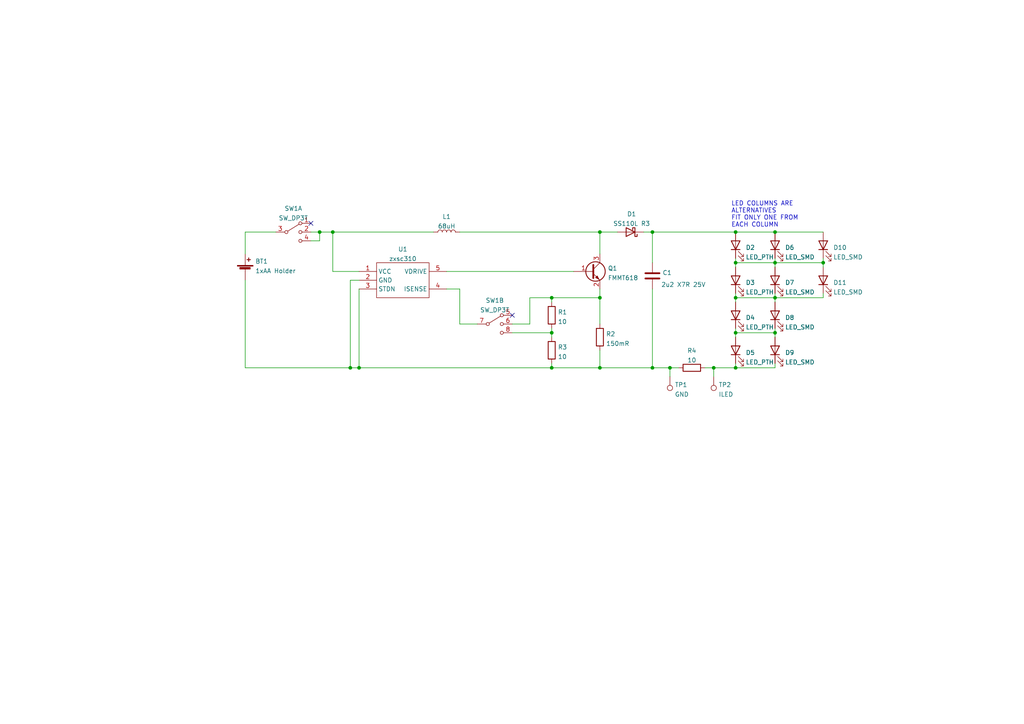
<source format=kicad_sch>
(kicad_sch (version 20211123) (generator eeschema)

  (uuid e63e39d7-6ac0-4ffd-8aa3-1841a4541b55)

  (paper "A4")

  (lib_symbols
    (symbol "Connector:TestPoint" (pin_numbers hide) (pin_names (offset 0.762) hide) (in_bom yes) (on_board yes)
      (property "Reference" "TP" (id 0) (at 0 6.858 0)
        (effects (font (size 1.27 1.27)))
      )
      (property "Value" "TestPoint" (id 1) (at 0 5.08 0)
        (effects (font (size 1.27 1.27)))
      )
      (property "Footprint" "" (id 2) (at 5.08 0 0)
        (effects (font (size 1.27 1.27)) hide)
      )
      (property "Datasheet" "~" (id 3) (at 5.08 0 0)
        (effects (font (size 1.27 1.27)) hide)
      )
      (property "ki_keywords" "test point tp" (id 4) (at 0 0 0)
        (effects (font (size 1.27 1.27)) hide)
      )
      (property "ki_description" "test point" (id 5) (at 0 0 0)
        (effects (font (size 1.27 1.27)) hide)
      )
      (property "ki_fp_filters" "Pin* Test*" (id 6) (at 0 0 0)
        (effects (font (size 1.27 1.27)) hide)
      )
      (symbol "TestPoint_0_1"
        (circle (center 0 3.302) (radius 0.762)
          (stroke (width 0) (type default) (color 0 0 0 0))
          (fill (type none))
        )
      )
      (symbol "TestPoint_1_1"
        (pin passive line (at 0 0 90) (length 2.54)
          (name "1" (effects (font (size 1.27 1.27))))
          (number "1" (effects (font (size 1.27 1.27))))
        )
      )
    )
    (symbol "Device:Battery_Cell" (pin_numbers hide) (pin_names (offset 0) hide) (in_bom yes) (on_board yes)
      (property "Reference" "BT" (id 0) (at 2.54 2.54 0)
        (effects (font (size 1.27 1.27)) (justify left))
      )
      (property "Value" "Battery_Cell" (id 1) (at 2.54 0 0)
        (effects (font (size 1.27 1.27)) (justify left))
      )
      (property "Footprint" "" (id 2) (at 0 1.524 90)
        (effects (font (size 1.27 1.27)) hide)
      )
      (property "Datasheet" "~" (id 3) (at 0 1.524 90)
        (effects (font (size 1.27 1.27)) hide)
      )
      (property "ki_keywords" "battery cell" (id 4) (at 0 0 0)
        (effects (font (size 1.27 1.27)) hide)
      )
      (property "ki_description" "Single-cell battery" (id 5) (at 0 0 0)
        (effects (font (size 1.27 1.27)) hide)
      )
      (symbol "Battery_Cell_0_1"
        (rectangle (start -2.286 1.778) (end 2.286 1.524)
          (stroke (width 0) (type default) (color 0 0 0 0))
          (fill (type outline))
        )
        (rectangle (start -1.5748 1.1938) (end 1.4732 0.6858)
          (stroke (width 0) (type default) (color 0 0 0 0))
          (fill (type outline))
        )
        (polyline
          (pts
            (xy 0 0.762)
            (xy 0 0)
          )
          (stroke (width 0) (type default) (color 0 0 0 0))
          (fill (type none))
        )
        (polyline
          (pts
            (xy 0 1.778)
            (xy 0 2.54)
          )
          (stroke (width 0) (type default) (color 0 0 0 0))
          (fill (type none))
        )
        (polyline
          (pts
            (xy 0.508 3.429)
            (xy 1.524 3.429)
          )
          (stroke (width 0.254) (type default) (color 0 0 0 0))
          (fill (type none))
        )
        (polyline
          (pts
            (xy 1.016 3.937)
            (xy 1.016 2.921)
          )
          (stroke (width 0.254) (type default) (color 0 0 0 0))
          (fill (type none))
        )
      )
      (symbol "Battery_Cell_1_1"
        (pin passive line (at 0 5.08 270) (length 2.54)
          (name "+" (effects (font (size 1.27 1.27))))
          (number "1" (effects (font (size 1.27 1.27))))
        )
        (pin passive line (at 0 -2.54 90) (length 2.54)
          (name "-" (effects (font (size 1.27 1.27))))
          (number "2" (effects (font (size 1.27 1.27))))
        )
      )
    )
    (symbol "Device:C" (pin_numbers hide) (pin_names (offset 0.254)) (in_bom yes) (on_board yes)
      (property "Reference" "C" (id 0) (at 0.635 2.54 0)
        (effects (font (size 1.27 1.27)) (justify left))
      )
      (property "Value" "C" (id 1) (at 0.635 -2.54 0)
        (effects (font (size 1.27 1.27)) (justify left))
      )
      (property "Footprint" "" (id 2) (at 0.9652 -3.81 0)
        (effects (font (size 1.27 1.27)) hide)
      )
      (property "Datasheet" "~" (id 3) (at 0 0 0)
        (effects (font (size 1.27 1.27)) hide)
      )
      (property "ki_keywords" "cap capacitor" (id 4) (at 0 0 0)
        (effects (font (size 1.27 1.27)) hide)
      )
      (property "ki_description" "Unpolarized capacitor" (id 5) (at 0 0 0)
        (effects (font (size 1.27 1.27)) hide)
      )
      (property "ki_fp_filters" "C_*" (id 6) (at 0 0 0)
        (effects (font (size 1.27 1.27)) hide)
      )
      (symbol "C_0_1"
        (polyline
          (pts
            (xy -2.032 -0.762)
            (xy 2.032 -0.762)
          )
          (stroke (width 0.508) (type default) (color 0 0 0 0))
          (fill (type none))
        )
        (polyline
          (pts
            (xy -2.032 0.762)
            (xy 2.032 0.762)
          )
          (stroke (width 0.508) (type default) (color 0 0 0 0))
          (fill (type none))
        )
      )
      (symbol "C_1_1"
        (pin passive line (at 0 3.81 270) (length 2.794)
          (name "~" (effects (font (size 1.27 1.27))))
          (number "1" (effects (font (size 1.27 1.27))))
        )
        (pin passive line (at 0 -3.81 90) (length 2.794)
          (name "~" (effects (font (size 1.27 1.27))))
          (number "2" (effects (font (size 1.27 1.27))))
        )
      )
    )
    (symbol "Device:D_Schottky" (pin_numbers hide) (pin_names (offset 1.016) hide) (in_bom yes) (on_board yes)
      (property "Reference" "D" (id 0) (at 0 2.54 0)
        (effects (font (size 1.27 1.27)))
      )
      (property "Value" "D_Schottky" (id 1) (at 0 -2.54 0)
        (effects (font (size 1.27 1.27)))
      )
      (property "Footprint" "" (id 2) (at 0 0 0)
        (effects (font (size 1.27 1.27)) hide)
      )
      (property "Datasheet" "~" (id 3) (at 0 0 0)
        (effects (font (size 1.27 1.27)) hide)
      )
      (property "ki_keywords" "diode Schottky" (id 4) (at 0 0 0)
        (effects (font (size 1.27 1.27)) hide)
      )
      (property "ki_description" "Schottky diode" (id 5) (at 0 0 0)
        (effects (font (size 1.27 1.27)) hide)
      )
      (property "ki_fp_filters" "TO-???* *_Diode_* *SingleDiode* D_*" (id 6) (at 0 0 0)
        (effects (font (size 1.27 1.27)) hide)
      )
      (symbol "D_Schottky_0_1"
        (polyline
          (pts
            (xy 1.27 0)
            (xy -1.27 0)
          )
          (stroke (width 0) (type default) (color 0 0 0 0))
          (fill (type none))
        )
        (polyline
          (pts
            (xy 1.27 1.27)
            (xy 1.27 -1.27)
            (xy -1.27 0)
            (xy 1.27 1.27)
          )
          (stroke (width 0.254) (type default) (color 0 0 0 0))
          (fill (type none))
        )
        (polyline
          (pts
            (xy -1.905 0.635)
            (xy -1.905 1.27)
            (xy -1.27 1.27)
            (xy -1.27 -1.27)
            (xy -0.635 -1.27)
            (xy -0.635 -0.635)
          )
          (stroke (width 0.254) (type default) (color 0 0 0 0))
          (fill (type none))
        )
      )
      (symbol "D_Schottky_1_1"
        (pin passive line (at -3.81 0 0) (length 2.54)
          (name "K" (effects (font (size 1.27 1.27))))
          (number "1" (effects (font (size 1.27 1.27))))
        )
        (pin passive line (at 3.81 0 180) (length 2.54)
          (name "A" (effects (font (size 1.27 1.27))))
          (number "2" (effects (font (size 1.27 1.27))))
        )
      )
    )
    (symbol "Device:L" (pin_numbers hide) (pin_names (offset 1.016) hide) (in_bom yes) (on_board yes)
      (property "Reference" "L" (id 0) (at -1.27 0 90)
        (effects (font (size 1.27 1.27)))
      )
      (property "Value" "L" (id 1) (at 1.905 0 90)
        (effects (font (size 1.27 1.27)))
      )
      (property "Footprint" "" (id 2) (at 0 0 0)
        (effects (font (size 1.27 1.27)) hide)
      )
      (property "Datasheet" "~" (id 3) (at 0 0 0)
        (effects (font (size 1.27 1.27)) hide)
      )
      (property "ki_keywords" "inductor choke coil reactor magnetic" (id 4) (at 0 0 0)
        (effects (font (size 1.27 1.27)) hide)
      )
      (property "ki_description" "Inductor" (id 5) (at 0 0 0)
        (effects (font (size 1.27 1.27)) hide)
      )
      (property "ki_fp_filters" "Choke_* *Coil* Inductor_* L_*" (id 6) (at 0 0 0)
        (effects (font (size 1.27 1.27)) hide)
      )
      (symbol "L_0_1"
        (arc (start 0 -2.54) (mid 0.635 -1.905) (end 0 -1.27)
          (stroke (width 0) (type default) (color 0 0 0 0))
          (fill (type none))
        )
        (arc (start 0 -1.27) (mid 0.635 -0.635) (end 0 0)
          (stroke (width 0) (type default) (color 0 0 0 0))
          (fill (type none))
        )
        (arc (start 0 0) (mid 0.635 0.635) (end 0 1.27)
          (stroke (width 0) (type default) (color 0 0 0 0))
          (fill (type none))
        )
        (arc (start 0 1.27) (mid 0.635 1.905) (end 0 2.54)
          (stroke (width 0) (type default) (color 0 0 0 0))
          (fill (type none))
        )
      )
      (symbol "L_1_1"
        (pin passive line (at 0 3.81 270) (length 1.27)
          (name "1" (effects (font (size 1.27 1.27))))
          (number "1" (effects (font (size 1.27 1.27))))
        )
        (pin passive line (at 0 -3.81 90) (length 1.27)
          (name "2" (effects (font (size 1.27 1.27))))
          (number "2" (effects (font (size 1.27 1.27))))
        )
      )
    )
    (symbol "Device:LED" (pin_numbers hide) (pin_names (offset 1.016) hide) (in_bom yes) (on_board yes)
      (property "Reference" "D" (id 0) (at 0 2.54 0)
        (effects (font (size 1.27 1.27)))
      )
      (property "Value" "LED" (id 1) (at 0 -2.54 0)
        (effects (font (size 1.27 1.27)))
      )
      (property "Footprint" "" (id 2) (at 0 0 0)
        (effects (font (size 1.27 1.27)) hide)
      )
      (property "Datasheet" "~" (id 3) (at 0 0 0)
        (effects (font (size 1.27 1.27)) hide)
      )
      (property "ki_keywords" "LED diode" (id 4) (at 0 0 0)
        (effects (font (size 1.27 1.27)) hide)
      )
      (property "ki_description" "Light emitting diode" (id 5) (at 0 0 0)
        (effects (font (size 1.27 1.27)) hide)
      )
      (property "ki_fp_filters" "LED* LED_SMD:* LED_THT:*" (id 6) (at 0 0 0)
        (effects (font (size 1.27 1.27)) hide)
      )
      (symbol "LED_0_1"
        (polyline
          (pts
            (xy -1.27 -1.27)
            (xy -1.27 1.27)
          )
          (stroke (width 0.254) (type default) (color 0 0 0 0))
          (fill (type none))
        )
        (polyline
          (pts
            (xy -1.27 0)
            (xy 1.27 0)
          )
          (stroke (width 0) (type default) (color 0 0 0 0))
          (fill (type none))
        )
        (polyline
          (pts
            (xy 1.27 -1.27)
            (xy 1.27 1.27)
            (xy -1.27 0)
            (xy 1.27 -1.27)
          )
          (stroke (width 0.254) (type default) (color 0 0 0 0))
          (fill (type none))
        )
        (polyline
          (pts
            (xy -3.048 -0.762)
            (xy -4.572 -2.286)
            (xy -3.81 -2.286)
            (xy -4.572 -2.286)
            (xy -4.572 -1.524)
          )
          (stroke (width 0) (type default) (color 0 0 0 0))
          (fill (type none))
        )
        (polyline
          (pts
            (xy -1.778 -0.762)
            (xy -3.302 -2.286)
            (xy -2.54 -2.286)
            (xy -3.302 -2.286)
            (xy -3.302 -1.524)
          )
          (stroke (width 0) (type default) (color 0 0 0 0))
          (fill (type none))
        )
      )
      (symbol "LED_1_1"
        (pin passive line (at -3.81 0 0) (length 2.54)
          (name "K" (effects (font (size 1.27 1.27))))
          (number "1" (effects (font (size 1.27 1.27))))
        )
        (pin passive line (at 3.81 0 180) (length 2.54)
          (name "A" (effects (font (size 1.27 1.27))))
          (number "2" (effects (font (size 1.27 1.27))))
        )
      )
    )
    (symbol "Device:Q_NPN_BEC" (pin_names (offset 0) hide) (in_bom yes) (on_board yes)
      (property "Reference" "Q" (id 0) (at 5.08 1.27 0)
        (effects (font (size 1.27 1.27)) (justify left))
      )
      (property "Value" "Q_NPN_BEC" (id 1) (at 5.08 -1.27 0)
        (effects (font (size 1.27 1.27)) (justify left))
      )
      (property "Footprint" "" (id 2) (at 5.08 2.54 0)
        (effects (font (size 1.27 1.27)) hide)
      )
      (property "Datasheet" "~" (id 3) (at 0 0 0)
        (effects (font (size 1.27 1.27)) hide)
      )
      (property "ki_keywords" "transistor NPN" (id 4) (at 0 0 0)
        (effects (font (size 1.27 1.27)) hide)
      )
      (property "ki_description" "NPN transistor, base/emitter/collector" (id 5) (at 0 0 0)
        (effects (font (size 1.27 1.27)) hide)
      )
      (symbol "Q_NPN_BEC_0_1"
        (polyline
          (pts
            (xy 0.635 0.635)
            (xy 2.54 2.54)
          )
          (stroke (width 0) (type default) (color 0 0 0 0))
          (fill (type none))
        )
        (polyline
          (pts
            (xy 0.635 -0.635)
            (xy 2.54 -2.54)
            (xy 2.54 -2.54)
          )
          (stroke (width 0) (type default) (color 0 0 0 0))
          (fill (type none))
        )
        (polyline
          (pts
            (xy 0.635 1.905)
            (xy 0.635 -1.905)
            (xy 0.635 -1.905)
          )
          (stroke (width 0.508) (type default) (color 0 0 0 0))
          (fill (type none))
        )
        (polyline
          (pts
            (xy 1.27 -1.778)
            (xy 1.778 -1.27)
            (xy 2.286 -2.286)
            (xy 1.27 -1.778)
            (xy 1.27 -1.778)
          )
          (stroke (width 0) (type default) (color 0 0 0 0))
          (fill (type outline))
        )
        (circle (center 1.27 0) (radius 2.8194)
          (stroke (width 0.254) (type default) (color 0 0 0 0))
          (fill (type none))
        )
      )
      (symbol "Q_NPN_BEC_1_1"
        (pin input line (at -5.08 0 0) (length 5.715)
          (name "B" (effects (font (size 1.27 1.27))))
          (number "1" (effects (font (size 1.27 1.27))))
        )
        (pin passive line (at 2.54 -5.08 90) (length 2.54)
          (name "E" (effects (font (size 1.27 1.27))))
          (number "2" (effects (font (size 1.27 1.27))))
        )
        (pin passive line (at 2.54 5.08 270) (length 2.54)
          (name "C" (effects (font (size 1.27 1.27))))
          (number "3" (effects (font (size 1.27 1.27))))
        )
      )
    )
    (symbol "Device:R" (pin_numbers hide) (pin_names (offset 0)) (in_bom yes) (on_board yes)
      (property "Reference" "R" (id 0) (at 2.032 0 90)
        (effects (font (size 1.27 1.27)))
      )
      (property "Value" "R" (id 1) (at 0 0 90)
        (effects (font (size 1.27 1.27)))
      )
      (property "Footprint" "" (id 2) (at -1.778 0 90)
        (effects (font (size 1.27 1.27)) hide)
      )
      (property "Datasheet" "~" (id 3) (at 0 0 0)
        (effects (font (size 1.27 1.27)) hide)
      )
      (property "ki_keywords" "R res resistor" (id 4) (at 0 0 0)
        (effects (font (size 1.27 1.27)) hide)
      )
      (property "ki_description" "Resistor" (id 5) (at 0 0 0)
        (effects (font (size 1.27 1.27)) hide)
      )
      (property "ki_fp_filters" "R_*" (id 6) (at 0 0 0)
        (effects (font (size 1.27 1.27)) hide)
      )
      (symbol "R_0_1"
        (rectangle (start -1.016 -2.54) (end 1.016 2.54)
          (stroke (width 0.254) (type default) (color 0 0 0 0))
          (fill (type none))
        )
      )
      (symbol "R_1_1"
        (pin passive line (at 0 3.81 270) (length 1.27)
          (name "~" (effects (font (size 1.27 1.27))))
          (number "1" (effects (font (size 1.27 1.27))))
        )
        (pin passive line (at 0 -3.81 90) (length 1.27)
          (name "~" (effects (font (size 1.27 1.27))))
          (number "2" (effects (font (size 1.27 1.27))))
        )
      )
    )
    (symbol "Switch:SW_DP3T" (pin_names (offset 0) hide) (in_bom yes) (on_board yes)
      (property "Reference" "SW" (id 0) (at 0 5.08 0)
        (effects (font (size 1.27 1.27)))
      )
      (property "Value" "SW_DP3T" (id 1) (at 0 -5.08 0)
        (effects (font (size 1.27 1.27)))
      )
      (property "Footprint" "" (id 2) (at -15.875 4.445 0)
        (effects (font (size 1.27 1.27)) hide)
      )
      (property "Datasheet" "~" (id 3) (at -15.875 4.445 0)
        (effects (font (size 1.27 1.27)) hide)
      )
      (property "ki_keywords" "switch dp3t ON-ON-ON" (id 4) (at 0 0 0)
        (effects (font (size 1.27 1.27)) hide)
      )
      (property "ki_description" "Switch, three position, dual pole triple throw, 3 position switch, SP3T" (id 5) (at 0 0 0)
        (effects (font (size 1.27 1.27)) hide)
      )
      (property "ki_fp_filters" "SW* DP3T*" (id 6) (at 0 0 0)
        (effects (font (size 1.27 1.27)) hide)
      )
      (symbol "SW_DP3T_0_1"
        (circle (center -2.032 0) (radius 0.4572)
          (stroke (width 0) (type default) (color 0 0 0 0))
          (fill (type none))
        )
        (polyline
          (pts
            (xy -1.651 0.254)
            (xy 1.651 2.286)
          )
          (stroke (width 0) (type default) (color 0 0 0 0))
          (fill (type none))
        )
        (circle (center 2.032 -2.54) (radius 0.4572)
          (stroke (width 0) (type default) (color 0 0 0 0))
          (fill (type none))
        )
        (circle (center 2.032 0) (radius 0.4572)
          (stroke (width 0) (type default) (color 0 0 0 0))
          (fill (type none))
        )
        (circle (center 2.032 2.54) (radius 0.4572)
          (stroke (width 0) (type default) (color 0 0 0 0))
          (fill (type none))
        )
      )
      (symbol "SW_DP3T_1_1"
        (pin passive line (at 5.08 2.54 180) (length 2.54)
          (name "1" (effects (font (size 1.27 1.27))))
          (number "1" (effects (font (size 1.27 1.27))))
        )
        (pin passive line (at 5.08 0 180) (length 2.54)
          (name "2" (effects (font (size 1.27 1.27))))
          (number "2" (effects (font (size 1.27 1.27))))
        )
        (pin passive line (at -5.08 0 0) (length 2.54)
          (name "3" (effects (font (size 1.27 1.27))))
          (number "3" (effects (font (size 1.27 1.27))))
        )
        (pin passive line (at 5.08 -2.54 180) (length 2.54)
          (name "4" (effects (font (size 1.27 1.27))))
          (number "4" (effects (font (size 1.27 1.27))))
        )
      )
      (symbol "SW_DP3T_2_1"
        (pin passive line (at 5.08 2.54 180) (length 2.54)
          (name "5" (effects (font (size 1.27 1.27))))
          (number "5" (effects (font (size 1.27 1.27))))
        )
        (pin passive line (at 5.08 0 180) (length 2.54)
          (name "6" (effects (font (size 1.27 1.27))))
          (number "6" (effects (font (size 1.27 1.27))))
        )
        (pin passive line (at -5.08 0 0) (length 2.54)
          (name "7" (effects (font (size 1.27 1.27))))
          (number "7" (effects (font (size 1.27 1.27))))
        )
        (pin passive line (at 5.08 -2.54 180) (length 2.54)
          (name "8" (effects (font (size 1.27 1.27))))
          (number "8" (effects (font (size 1.27 1.27))))
        )
      )
    )
    (symbol "zxsc310:zxsc310" (in_bom yes) (on_board yes)
      (property "Reference" "U" (id 0) (at 0 0 0)
        (effects (font (size 1.27 1.27)))
      )
      (property "Value" "zxsc310" (id 1) (at 1.27 -12.7 0)
        (effects (font (size 1.27 1.27)))
      )
      (property "Footprint" "" (id 2) (at 0 0 0)
        (effects (font (size 1.27 1.27)) hide)
      )
      (property "Datasheet" "" (id 3) (at 0 0 0)
        (effects (font (size 1.27 1.27)) hide)
      )
      (symbol "zxsc310_0_1"
        (rectangle (start -6.35 -1.27) (end 8.89 -11.43)
          (stroke (width 0.1524) (type default) (color 0 0 0 0))
          (fill (type none))
        )
      )
      (symbol "zxsc310_1_1"
        (pin power_in line (at -11.43 -3.81 0) (length 5.08)
          (name "VCC" (effects (font (size 1.27 1.27))))
          (number "1" (effects (font (size 1.27 1.27))))
        )
        (pin power_in line (at -11.43 -6.35 0) (length 5.08)
          (name "GND" (effects (font (size 1.27 1.27))))
          (number "2" (effects (font (size 1.27 1.27))))
        )
        (pin input line (at -11.43 -8.89 0) (length 5.08)
          (name "STDN" (effects (font (size 1.27 1.27))))
          (number "3" (effects (font (size 1.27 1.27))))
        )
        (pin input line (at 13.97 -8.89 180) (length 5.08)
          (name "ISENSE" (effects (font (size 1.27 1.27))))
          (number "4" (effects (font (size 1.27 1.27))))
        )
        (pin output line (at 13.97 -3.81 180) (length 5.08)
          (name "VDRIVE" (effects (font (size 1.27 1.27))))
          (number "5" (effects (font (size 1.27 1.27))))
        )
      )
    )
  )

  (junction (at 224.79 96.52) (diameter 0) (color 0 0 0 0)
    (uuid 169201af-ab6f-45a3-a272-9971323df499)
  )
  (junction (at 101.6 106.68) (diameter 0) (color 0 0 0 0)
    (uuid 195b0d0a-307d-44ce-9e7f-e6e8147746cd)
  )
  (junction (at 213.36 76.2) (diameter 0) (color 0 0 0 0)
    (uuid 33a97ae4-e20a-45b8-b929-a2a24f53a09d)
  )
  (junction (at 213.36 67.31) (diameter 0) (color 0 0 0 0)
    (uuid 4cf75228-6741-464a-8a1b-ca56d5b78f40)
  )
  (junction (at 92.71 67.31) (diameter 0) (color 0 0 0 0)
    (uuid 5058c80f-bf82-4732-a44c-8b04cd17db74)
  )
  (junction (at 224.79 67.31) (diameter 0) (color 0 0 0 0)
    (uuid 55c0612e-4ab9-419f-a283-0e286a85eb74)
  )
  (junction (at 238.76 76.2) (diameter 0) (color 0 0 0 0)
    (uuid 569d06f8-a176-428d-8733-606dcd96e2d6)
  )
  (junction (at 160.02 86.36) (diameter 0) (color 0 0 0 0)
    (uuid 587fcef0-0dbd-4b2d-a8a0-ed93c0a5022b)
  )
  (junction (at 207.01 106.68) (diameter 0) (color 0 0 0 0)
    (uuid 653323c5-4df9-4ff4-8df7-070c34d71134)
  )
  (junction (at 224.79 76.2) (diameter 0) (color 0 0 0 0)
    (uuid 86c20ade-1f87-4dd0-a33b-63cc5b3b190d)
  )
  (junction (at 189.23 67.31) (diameter 0) (color 0 0 0 0)
    (uuid 88bbc983-8984-44cd-80fb-12138167322c)
  )
  (junction (at 173.99 106.68) (diameter 0) (color 0 0 0 0)
    (uuid 8fa24cad-c294-4dc1-aca5-beef841a383c)
  )
  (junction (at 96.52 67.31) (diameter 0) (color 0 0 0 0)
    (uuid 95e4cbf7-6fbf-4aea-903f-844c658362c9)
  )
  (junction (at 173.99 86.36) (diameter 0) (color 0 0 0 0)
    (uuid b392206e-1e5e-43a3-adf8-1cc52c88a764)
  )
  (junction (at 189.23 106.68) (diameter 0) (color 0 0 0 0)
    (uuid b3f7666e-2e3f-4978-964b-51962ab37c56)
  )
  (junction (at 160.02 96.52) (diameter 0) (color 0 0 0 0)
    (uuid bcff252a-31b5-46b1-9ffa-192cec4a30eb)
  )
  (junction (at 173.99 67.31) (diameter 0) (color 0 0 0 0)
    (uuid c04808fb-e3dd-4c12-812f-9e0658f40aa7)
  )
  (junction (at 160.02 106.68) (diameter 0) (color 0 0 0 0)
    (uuid c0f6116a-8015-4d45-8402-66e974409859)
  )
  (junction (at 104.14 106.68) (diameter 0) (color 0 0 0 0)
    (uuid c98e7856-1c3f-41a2-ae8b-596af25690b7)
  )
  (junction (at 213.36 96.52) (diameter 0) (color 0 0 0 0)
    (uuid dd64607a-3a08-4075-8cf9-359ef22aec7b)
  )
  (junction (at 224.79 86.36) (diameter 0) (color 0 0 0 0)
    (uuid e12a49a4-07f8-4e07-badf-306de731fdc6)
  )
  (junction (at 194.31 106.68) (diameter 0) (color 0 0 0 0)
    (uuid e46056f3-6abb-4c5e-b5a1-e93c147d808f)
  )
  (junction (at 213.36 86.36) (diameter 0) (color 0 0 0 0)
    (uuid f68b1a53-4b97-4c35-940d-ac0f3a38ee9f)
  )
  (junction (at 213.36 106.68) (diameter 0) (color 0 0 0 0)
    (uuid fb09991a-ea56-4d9b-be0a-dcf8bdd1d646)
  )

  (no_connect (at 90.17 64.77) (uuid cfc2019b-44cc-40d1-8456-ae995b4df022))
  (no_connect (at 148.59 91.44) (uuid cfc2019b-44cc-40d1-8456-ae995b4df022))

  (wire (pts (xy 153.67 93.98) (xy 153.67 86.36))
    (stroke (width 0) (type default) (color 0 0 0 0))
    (uuid 043aa8a3-a2b3-4ff3-abbd-82d6ab349a54)
  )
  (wire (pts (xy 71.12 73.66) (xy 71.12 67.31))
    (stroke (width 0) (type default) (color 0 0 0 0))
    (uuid 05253813-1afb-4f5e-a818-cc1a8800f569)
  )
  (wire (pts (xy 173.99 101.6) (xy 173.99 106.68))
    (stroke (width 0) (type default) (color 0 0 0 0))
    (uuid 0625ab84-2791-46d1-b433-f801107cb6e3)
  )
  (wire (pts (xy 224.79 76.2) (xy 224.79 77.47))
    (stroke (width 0) (type default) (color 0 0 0 0))
    (uuid 06d47e5c-fe42-493e-9b4a-2cf0c59e7b29)
  )
  (wire (pts (xy 90.17 69.85) (xy 92.71 69.85))
    (stroke (width 0) (type default) (color 0 0 0 0))
    (uuid 07f79b17-ed0b-43da-9b7d-d6de41bcaeef)
  )
  (wire (pts (xy 224.79 86.36) (xy 238.76 86.36))
    (stroke (width 0) (type default) (color 0 0 0 0))
    (uuid 0881adbb-f98f-4882-8054-af6602b8b349)
  )
  (wire (pts (xy 207.01 106.68) (xy 207.01 109.22))
    (stroke (width 0) (type default) (color 0 0 0 0))
    (uuid 09a5df6e-8a96-4351-9a7c-a09ef9d9447d)
  )
  (wire (pts (xy 189.23 67.31) (xy 213.36 67.31))
    (stroke (width 0) (type default) (color 0 0 0 0))
    (uuid 0c94d2f3-4261-4ed1-804d-af87b8534029)
  )
  (wire (pts (xy 173.99 67.31) (xy 173.99 73.66))
    (stroke (width 0) (type default) (color 0 0 0 0))
    (uuid 11184e56-9c95-4a81-8f1f-ab9746a68fd3)
  )
  (wire (pts (xy 224.79 86.36) (xy 224.79 87.63))
    (stroke (width 0) (type default) (color 0 0 0 0))
    (uuid 146931e5-9544-432a-a66e-a595f5077e61)
  )
  (wire (pts (xy 224.79 76.2) (xy 238.76 76.2))
    (stroke (width 0) (type default) (color 0 0 0 0))
    (uuid 14f3aeca-498a-4641-adb6-50421bd9fa88)
  )
  (wire (pts (xy 129.54 83.82) (xy 133.35 83.82))
    (stroke (width 0) (type default) (color 0 0 0 0))
    (uuid 15817120-3e73-4dd7-99ea-5c25ccc328bc)
  )
  (wire (pts (xy 133.35 67.31) (xy 173.99 67.31))
    (stroke (width 0) (type default) (color 0 0 0 0))
    (uuid 1bd99f5e-1711-43e3-8674-5cb82d3110fa)
  )
  (wire (pts (xy 189.23 106.68) (xy 194.31 106.68))
    (stroke (width 0) (type default) (color 0 0 0 0))
    (uuid 1d671ccc-f696-48ff-b0b4-740481d55faf)
  )
  (wire (pts (xy 71.12 67.31) (xy 80.01 67.31))
    (stroke (width 0) (type default) (color 0 0 0 0))
    (uuid 1db8ff2d-7225-4b8f-a8f9-2df0a5927e88)
  )
  (wire (pts (xy 213.36 67.31) (xy 224.79 67.31))
    (stroke (width 0) (type default) (color 0 0 0 0))
    (uuid 30898f48-fcea-41d6-9029-c52222f8704f)
  )
  (wire (pts (xy 213.36 86.36) (xy 224.79 86.36))
    (stroke (width 0) (type default) (color 0 0 0 0))
    (uuid 38af17f1-88f1-40d3-bc61-d894010b8644)
  )
  (wire (pts (xy 224.79 85.09) (xy 224.79 86.36))
    (stroke (width 0) (type default) (color 0 0 0 0))
    (uuid 39531e91-d433-4105-86d4-1139a083cea5)
  )
  (wire (pts (xy 186.69 67.31) (xy 189.23 67.31))
    (stroke (width 0) (type default) (color 0 0 0 0))
    (uuid 3b4a48cd-afb4-48b4-b8a5-24072809e1ce)
  )
  (wire (pts (xy 213.36 86.36) (xy 213.36 87.63))
    (stroke (width 0) (type default) (color 0 0 0 0))
    (uuid 44fb341c-ed60-414d-a5f2-d54781df64a2)
  )
  (wire (pts (xy 160.02 86.36) (xy 173.99 86.36))
    (stroke (width 0) (type default) (color 0 0 0 0))
    (uuid 4857bb88-f369-4e1f-8d09-4ea6636acf65)
  )
  (wire (pts (xy 148.59 93.98) (xy 153.67 93.98))
    (stroke (width 0) (type default) (color 0 0 0 0))
    (uuid 4f149394-4a30-4153-a978-7dbaec685489)
  )
  (wire (pts (xy 238.76 86.36) (xy 238.76 85.09))
    (stroke (width 0) (type default) (color 0 0 0 0))
    (uuid 550004b9-cbd2-4929-97fb-4c68f7f628b8)
  )
  (wire (pts (xy 160.02 96.52) (xy 160.02 97.79))
    (stroke (width 0) (type default) (color 0 0 0 0))
    (uuid 56520eee-7e98-443d-947d-d87947f28cb5)
  )
  (wire (pts (xy 129.54 78.74) (xy 166.37 78.74))
    (stroke (width 0) (type default) (color 0 0 0 0))
    (uuid 5b006346-a541-4015-8eab-100c52743b34)
  )
  (wire (pts (xy 204.47 106.68) (xy 207.01 106.68))
    (stroke (width 0) (type default) (color 0 0 0 0))
    (uuid 67d25320-641f-4cfb-9c90-2283254c62cd)
  )
  (wire (pts (xy 104.14 106.68) (xy 160.02 106.68))
    (stroke (width 0) (type default) (color 0 0 0 0))
    (uuid 6a2fe432-4d10-434f-9963-4280c0ec2dd6)
  )
  (wire (pts (xy 104.14 81.28) (xy 101.6 81.28))
    (stroke (width 0) (type default) (color 0 0 0 0))
    (uuid 6d6dd3ec-5e36-4340-9595-cbb7adb4598c)
  )
  (wire (pts (xy 148.59 96.52) (xy 160.02 96.52))
    (stroke (width 0) (type default) (color 0 0 0 0))
    (uuid 739c9ad1-a3cf-42da-9144-2e64815af738)
  )
  (wire (pts (xy 92.71 69.85) (xy 92.71 67.31))
    (stroke (width 0) (type default) (color 0 0 0 0))
    (uuid 73e12c79-f72e-421c-8478-c7dad284e866)
  )
  (wire (pts (xy 189.23 106.68) (xy 173.99 106.68))
    (stroke (width 0) (type default) (color 0 0 0 0))
    (uuid 75afc9e6-eaaa-46fd-99d2-e4efa9d8bbc3)
  )
  (wire (pts (xy 213.36 106.68) (xy 213.36 105.41))
    (stroke (width 0) (type default) (color 0 0 0 0))
    (uuid 7826c525-239e-4a53-80cb-e1dd4a5f4364)
  )
  (wire (pts (xy 104.14 83.82) (xy 104.14 106.68))
    (stroke (width 0) (type default) (color 0 0 0 0))
    (uuid 80e3366d-058e-48b1-8b62-c9260f2831c9)
  )
  (wire (pts (xy 101.6 106.68) (xy 104.14 106.68))
    (stroke (width 0) (type default) (color 0 0 0 0))
    (uuid 81b9f2eb-a6aa-49bc-b6d5-cc9626871f1b)
  )
  (wire (pts (xy 160.02 87.63) (xy 160.02 86.36))
    (stroke (width 0) (type default) (color 0 0 0 0))
    (uuid 8499552a-900e-49f1-9576-43462bff8b04)
  )
  (wire (pts (xy 207.01 106.68) (xy 213.36 106.68))
    (stroke (width 0) (type default) (color 0 0 0 0))
    (uuid 8651a052-6242-4e1e-882e-ffa10226cb78)
  )
  (wire (pts (xy 224.79 67.31) (xy 238.76 67.31))
    (stroke (width 0) (type default) (color 0 0 0 0))
    (uuid 89c3a727-29f3-4d67-9cbc-72b3f972b410)
  )
  (wire (pts (xy 90.17 67.31) (xy 92.71 67.31))
    (stroke (width 0) (type default) (color 0 0 0 0))
    (uuid 8d6340dc-07ba-4d83-886a-73a36a5dbc1d)
  )
  (wire (pts (xy 194.31 106.68) (xy 194.31 109.22))
    (stroke (width 0) (type default) (color 0 0 0 0))
    (uuid 93b41555-dc6d-44b2-a41e-048d57188b22)
  )
  (wire (pts (xy 213.36 76.2) (xy 224.79 76.2))
    (stroke (width 0) (type default) (color 0 0 0 0))
    (uuid 94f0eb56-f44c-4c92-a4a0-a13fd2c5f85a)
  )
  (wire (pts (xy 213.36 74.93) (xy 213.36 76.2))
    (stroke (width 0) (type default) (color 0 0 0 0))
    (uuid 98ebac7c-f7d6-48a8-9460-482d968d93a1)
  )
  (wire (pts (xy 96.52 78.74) (xy 104.14 78.74))
    (stroke (width 0) (type default) (color 0 0 0 0))
    (uuid 99b3ece4-d6bc-42db-8a27-75fd2de1465c)
  )
  (wire (pts (xy 101.6 81.28) (xy 101.6 106.68))
    (stroke (width 0) (type default) (color 0 0 0 0))
    (uuid 9b3a326e-dba7-4a1e-b867-4489450f3fd0)
  )
  (wire (pts (xy 133.35 93.98) (xy 138.43 93.98))
    (stroke (width 0) (type default) (color 0 0 0 0))
    (uuid a1d5596b-4721-4e7e-bc31-6ff2b139b2bb)
  )
  (wire (pts (xy 224.79 96.52) (xy 224.79 97.79))
    (stroke (width 0) (type default) (color 0 0 0 0))
    (uuid a2223734-17c9-427d-b76b-8b95f9241e12)
  )
  (wire (pts (xy 173.99 67.31) (xy 179.07 67.31))
    (stroke (width 0) (type default) (color 0 0 0 0))
    (uuid a899b8c0-9fc7-49bc-8ebf-efc86bd546f7)
  )
  (wire (pts (xy 160.02 106.68) (xy 173.99 106.68))
    (stroke (width 0) (type default) (color 0 0 0 0))
    (uuid adc8313c-96ae-43f1-accd-efbab56277bb)
  )
  (wire (pts (xy 71.12 106.68) (xy 101.6 106.68))
    (stroke (width 0) (type default) (color 0 0 0 0))
    (uuid adea8884-ecd1-42aa-8f41-29912616503a)
  )
  (wire (pts (xy 213.36 85.09) (xy 213.36 86.36))
    (stroke (width 0) (type default) (color 0 0 0 0))
    (uuid b019ff82-5401-44f0-94d3-8a33d86b653b)
  )
  (wire (pts (xy 194.31 106.68) (xy 196.85 106.68))
    (stroke (width 0) (type default) (color 0 0 0 0))
    (uuid b2dc68e3-d55c-442c-8958-4229d66b7887)
  )
  (wire (pts (xy 213.36 106.68) (xy 224.79 106.68))
    (stroke (width 0) (type default) (color 0 0 0 0))
    (uuid b35aaaf3-3233-431f-b36d-14ca829d65a7)
  )
  (wire (pts (xy 153.67 86.36) (xy 160.02 86.36))
    (stroke (width 0) (type default) (color 0 0 0 0))
    (uuid b7741257-7212-4827-adbb-fddf5130e932)
  )
  (wire (pts (xy 133.35 83.82) (xy 133.35 93.98))
    (stroke (width 0) (type default) (color 0 0 0 0))
    (uuid b8c789c5-9479-42e8-bc55-a466d878c1f2)
  )
  (wire (pts (xy 213.36 76.2) (xy 213.36 77.47))
    (stroke (width 0) (type default) (color 0 0 0 0))
    (uuid bc87a498-15ae-4558-989f-608d346f5ff7)
  )
  (wire (pts (xy 189.23 83.82) (xy 189.23 106.68))
    (stroke (width 0) (type default) (color 0 0 0 0))
    (uuid bd88596c-5c12-4d13-ae56-46fc0077c27e)
  )
  (wire (pts (xy 160.02 95.25) (xy 160.02 96.52))
    (stroke (width 0) (type default) (color 0 0 0 0))
    (uuid be41e500-1bce-4793-84bb-d335355561a7)
  )
  (wire (pts (xy 213.36 95.25) (xy 213.36 96.52))
    (stroke (width 0) (type default) (color 0 0 0 0))
    (uuid bf2a78f3-1d13-472f-b906-235b5951e409)
  )
  (wire (pts (xy 213.36 96.52) (xy 213.36 97.79))
    (stroke (width 0) (type default) (color 0 0 0 0))
    (uuid c1a6fd8b-5a96-4b25-83b3-71c7c07561df)
  )
  (wire (pts (xy 238.76 76.2) (xy 238.76 77.47))
    (stroke (width 0) (type default) (color 0 0 0 0))
    (uuid c924fdb8-021f-4545-a6c6-17d2f98719dc)
  )
  (wire (pts (xy 238.76 74.93) (xy 238.76 76.2))
    (stroke (width 0) (type default) (color 0 0 0 0))
    (uuid ca727fed-d658-4914-85da-790a37bd728f)
  )
  (wire (pts (xy 173.99 86.36) (xy 173.99 93.98))
    (stroke (width 0) (type default) (color 0 0 0 0))
    (uuid d4441e11-e0cf-43e3-93d6-71b21be0bf42)
  )
  (wire (pts (xy 92.71 67.31) (xy 96.52 67.31))
    (stroke (width 0) (type default) (color 0 0 0 0))
    (uuid d7db5bbe-d763-49ae-9784-97bbe1f107bc)
  )
  (wire (pts (xy 173.99 83.82) (xy 173.99 86.36))
    (stroke (width 0) (type default) (color 0 0 0 0))
    (uuid d9fdf128-f50f-4f45-93d0-859707467109)
  )
  (wire (pts (xy 224.79 105.41) (xy 224.79 106.68))
    (stroke (width 0) (type default) (color 0 0 0 0))
    (uuid dc23247f-a0c9-4b9c-b24e-4074358b1c90)
  )
  (wire (pts (xy 96.52 67.31) (xy 125.73 67.31))
    (stroke (width 0) (type default) (color 0 0 0 0))
    (uuid e0d2f2ea-5dae-45c8-b0d4-0260ed4e3675)
  )
  (wire (pts (xy 224.79 95.25) (xy 224.79 96.52))
    (stroke (width 0) (type default) (color 0 0 0 0))
    (uuid e0e54d1d-b626-4510-b49c-eb3cdc7d2748)
  )
  (wire (pts (xy 96.52 67.31) (xy 96.52 78.74))
    (stroke (width 0) (type default) (color 0 0 0 0))
    (uuid e18dad37-d6d3-45c5-ab61-85e1ad7d08f1)
  )
  (wire (pts (xy 189.23 67.31) (xy 189.23 76.2))
    (stroke (width 0) (type default) (color 0 0 0 0))
    (uuid e5137383-e1c0-484f-97c7-e6e10b6461a3)
  )
  (wire (pts (xy 224.79 74.93) (xy 224.79 76.2))
    (stroke (width 0) (type default) (color 0 0 0 0))
    (uuid e8ba149b-b214-4650-aa38-ea2697b146c5)
  )
  (wire (pts (xy 213.36 96.52) (xy 224.79 96.52))
    (stroke (width 0) (type default) (color 0 0 0 0))
    (uuid f584a423-88f2-4953-aa6e-8b9efc06b3fb)
  )
  (wire (pts (xy 160.02 105.41) (xy 160.02 106.68))
    (stroke (width 0) (type default) (color 0 0 0 0))
    (uuid f8a56914-6dfc-497e-9651-3b3222cd58ee)
  )
  (wire (pts (xy 71.12 81.28) (xy 71.12 106.68))
    (stroke (width 0) (type default) (color 0 0 0 0))
    (uuid fd0d7c9f-276a-4eba-9b37-555efaa54276)
  )

  (text "LED COLUMNS ARE\nALTERNATIVES\nFIT ONLY ONE FROM\nEACH COLUMN"
    (at 212.09 66.04 0)
    (effects (font (size 1.27 1.27)) (justify left bottom))
    (uuid fba0e732-a834-4509-bf85-8ea07a69b668)
  )

  (symbol (lib_id "Device:Battery_Cell") (at 71.12 78.74 0) (unit 1)
    (in_bom yes) (on_board yes) (fields_autoplaced)
    (uuid 01c49248-5188-438f-8b42-9b6da61b9284)
    (property "Reference" "BT1" (id 0) (at 74.041 75.7995 0)
      (effects (font (size 1.27 1.27)) (justify left))
    )
    (property "Value" "1xAA Holder" (id 1) (at 74.041 78.5746 0)
      (effects (font (size 1.27 1.27)) (justify left))
    )
    (property "Footprint" "Battery:BatteryHolder_Keystone_2460_1xAA" (id 2) (at 71.12 77.216 90)
      (effects (font (size 1.27 1.27)) hide)
    )
    (property "Datasheet" "~" (id 3) (at 71.12 77.216 90)
      (effects (font (size 1.27 1.27)) hide)
    )
    (property "Farnell" "3126558" (id 4) (at 71.12 78.74 0)
      (effects (font (size 1.27 1.27)) hide)
    )
    (pin "1" (uuid e4f96768-9354-4b8b-a158-f111eb0f56b0))
    (pin "2" (uuid 90f4989b-774d-4ef4-8b04-4e0e49c52b16))
  )

  (symbol (lib_id "Device:C") (at 189.23 80.01 0) (unit 1)
    (in_bom yes) (on_board yes)
    (uuid 01e5c972-add8-4bdf-b2c3-d2b3e9b5c619)
    (property "Reference" "C1" (id 0) (at 192.151 79.1015 0)
      (effects (font (size 1.27 1.27)) (justify left))
    )
    (property "Value" "2u2 X7R 25V" (id 1) (at 191.77 82.55 0)
      (effects (font (size 1.27 1.27)) (justify left))
    )
    (property "Footprint" "Capacitor_SMD:C_0805_2012Metric_Pad1.18x1.45mm_HandSolder" (id 2) (at 190.1952 83.82 0)
      (effects (font (size 1.27 1.27)) hide)
    )
    (property "Datasheet" "https://4donline.ihs.com/images/VipMasterIC/IC/AVXC/AVXC-S-A0013335498/AVXC-S-A0014059611-1.pdf?hkey=6D3A4C79FDBF58556ACFDE234799DDF0" (id 3) (at 189.23 80.01 0)
      (effects (font (size 1.27 1.27)) hide)
    )
    (property "Farnell" "1657931" (id 4) (at 189.23 80.01 0)
      (effects (font (size 1.27 1.27)) hide)
    )
    (pin "1" (uuid 6d0a08c9-9308-4465-b3e5-224b0e2c9854))
    (pin "2" (uuid c988e6bb-789b-45fc-a022-2c94fc3382c9))
  )

  (symbol (lib_id "Device:R") (at 173.99 97.79 0) (unit 1)
    (in_bom yes) (on_board yes) (fields_autoplaced)
    (uuid 14181d31-ad60-416b-a48a-b64fcf75fd03)
    (property "Reference" "R2" (id 0) (at 175.768 96.8815 0)
      (effects (font (size 1.27 1.27)) (justify left))
    )
    (property "Value" "150mR" (id 1) (at 175.768 99.6566 0)
      (effects (font (size 1.27 1.27)) (justify left))
    )
    (property "Footprint" "Resistor_SMD:R_0805_2012Metric_Pad1.20x1.40mm_HandSolder" (id 2) (at 172.212 97.79 90)
      (effects (font (size 1.27 1.27)) hide)
    )
    (property "Datasheet" "~" (id 3) (at 173.99 97.79 0)
      (effects (font (size 1.27 1.27)) hide)
    )
    (property "Farnell" "3790820" (id 4) (at 173.99 97.79 0)
      (effects (font (size 1.27 1.27)) hide)
    )
    (pin "1" (uuid b2da5b32-4c6f-46ee-8ef1-d535935535e7))
    (pin "2" (uuid e1b98ff7-6675-4eab-b46a-4c848383938b))
  )

  (symbol (lib_id "Device:Q_NPN_BEC") (at 171.45 78.74 0) (unit 1)
    (in_bom yes) (on_board yes) (fields_autoplaced)
    (uuid 24e145f4-0652-463d-8f06-7ff8c1b4f1a9)
    (property "Reference" "Q1" (id 0) (at 176.3014 77.8315 0)
      (effects (font (size 1.27 1.27)) (justify left))
    )
    (property "Value" "FMMT618" (id 1) (at 176.3014 80.6066 0)
      (effects (font (size 1.27 1.27)) (justify left))
    )
    (property "Footprint" "Package_TO_SOT_SMD:SOT-23" (id 2) (at 176.53 76.2 0)
      (effects (font (size 1.27 1.27)) hide)
    )
    (property "Datasheet" "https://4donline.ihs.com/images/VipMasterIC/IC/DIOD/DIODS11490/DIODS11490-1.pdf?hkey=6D3A4C79FDBF58556ACFDE234799DDF0" (id 3) (at 171.45 78.74 0)
      (effects (font (size 1.27 1.27)) hide)
    )
    (property "Farnell" "9526439" (id 4) (at 171.45 78.74 0)
      (effects (font (size 1.27 1.27)) hide)
    )
    (pin "1" (uuid 2641d84a-c5de-4d67-a8ab-74390ed9f02a))
    (pin "2" (uuid 69779f39-3bfc-488b-be4e-7e2f6cae7270))
    (pin "3" (uuid 401b1b2e-8068-4055-9e66-c684bb412b91))
  )

  (symbol (lib_id "zxsc310:zxsc310") (at 115.57 74.93 0) (unit 1)
    (in_bom yes) (on_board yes) (fields_autoplaced)
    (uuid 425ed6b2-a8bd-4b4a-92ee-5465e3a24533)
    (property "Reference" "U1" (id 0) (at 116.84 72.2843 0))
    (property "Value" "zxsc310" (id 1) (at 116.84 75.0594 0))
    (property "Footprint" "Package_TO_SOT_SMD:SOT-23-5_HandSoldering" (id 2) (at 115.57 74.93 0)
      (effects (font (size 1.27 1.27)) hide)
    )
    (property "Datasheet" "" (id 3) (at 115.57 74.93 0)
      (effects (font (size 1.27 1.27)) hide)
    )
    (property "Farnell" "3483179" (id 4) (at 115.57 74.93 0)
      (effects (font (size 1.27 1.27)) hide)
    )
    (pin "1" (uuid 340c3450-f197-4dea-aebc-b74d70013217))
    (pin "2" (uuid 3dbf2a88-d815-488c-aab2-ec1b6ac67fa0))
    (pin "3" (uuid 956a509a-1251-461a-bc8d-8494f9680ed1))
    (pin "4" (uuid bb07e307-1e13-4ec2-890b-c9bd3dcba965))
    (pin "5" (uuid 945b4e11-d57e-494a-aef5-b1bb0d899dd3))
  )

  (symbol (lib_id "Device:R") (at 160.02 91.44 0) (unit 1)
    (in_bom yes) (on_board yes) (fields_autoplaced)
    (uuid 472b53cb-7e7a-4453-86cb-9acaf41be9e0)
    (property "Reference" "R1" (id 0) (at 161.798 90.5315 0)
      (effects (font (size 1.27 1.27)) (justify left))
    )
    (property "Value" "10" (id 1) (at 161.798 93.3066 0)
      (effects (font (size 1.27 1.27)) (justify left))
    )
    (property "Footprint" "Resistor_SMD:R_0805_2012Metric_Pad1.20x1.40mm_HandSolder" (id 2) (at 158.242 91.44 90)
      (effects (font (size 1.27 1.27)) hide)
    )
    (property "Datasheet" "~" (id 3) (at 160.02 91.44 0)
      (effects (font (size 1.27 1.27)) hide)
    )
    (property "Farnell" "2331768" (id 4) (at 160.02 91.44 0)
      (effects (font (size 1.27 1.27)) hide)
    )
    (pin "1" (uuid 83235a3f-423b-441c-8352-7849496900bb))
    (pin "2" (uuid 7a524b86-9e19-4171-9497-8e4bd1bc425b))
  )

  (symbol (lib_id "Device:L") (at 129.54 67.31 90) (unit 1)
    (in_bom yes) (on_board yes) (fields_autoplaced)
    (uuid 5c76c4ad-6730-46d6-8d64-986a1a3cd80a)
    (property "Reference" "L1" (id 0) (at 129.54 62.8355 90))
    (property "Value" "68uH" (id 1) (at 129.54 65.6106 90))
    (property "Footprint" "Inductor_SMD:L_TDK_SLF6045" (id 2) (at 129.54 67.31 0)
      (effects (font (size 1.27 1.27)) hide)
    )
    (property "Datasheet" "https://www.farnell.com/datasheets/2644165.pdf" (id 3) (at 129.54 67.31 0)
      (effects (font (size 1.27 1.27)) hide)
    )
    (property "Farnell" "2917136" (id 4) (at 129.54 67.31 0)
      (effects (font (size 1.27 1.27)) hide)
    )
    (pin "1" (uuid ed524d37-30f5-49ca-be5d-73bb039875df))
    (pin "2" (uuid cc590da7-a19e-4530-aa42-9bed670be2fe))
  )

  (symbol (lib_id "Connector:TestPoint") (at 207.01 109.22 180) (unit 1)
    (in_bom yes) (on_board yes) (fields_autoplaced)
    (uuid 5de8abfd-203b-4a4f-a46a-d4beb9842907)
    (property "Reference" "TP2" (id 0) (at 208.407 111.6135 0)
      (effects (font (size 1.27 1.27)) (justify right))
    )
    (property "Value" "ILED" (id 1) (at 208.407 114.3886 0)
      (effects (font (size 1.27 1.27)) (justify right))
    )
    (property "Footprint" "TestPoint:TestPoint_Pad_D2.0mm" (id 2) (at 201.93 109.22 0)
      (effects (font (size 1.27 1.27)) hide)
    )
    (property "Datasheet" "~" (id 3) (at 201.93 109.22 0)
      (effects (font (size 1.27 1.27)) hide)
    )
    (pin "1" (uuid 2aff4b46-cd00-4ecb-ae54-d2ed864c3f68))
  )

  (symbol (lib_id "Device:LED") (at 213.36 101.6 90) (unit 1)
    (in_bom yes) (on_board yes) (fields_autoplaced)
    (uuid 69f7837e-be89-4efa-a3b8-5a699dbbf014)
    (property "Reference" "D5" (id 0) (at 216.281 102.279 90)
      (effects (font (size 1.27 1.27)) (justify right))
    )
    (property "Value" "LED_PTH" (id 1) (at 216.281 105.0541 90)
      (effects (font (size 1.27 1.27)) (justify right))
    )
    (property "Footprint" "LED_THT:LED_D5.0mm_Clear" (id 2) (at 213.36 101.6 0)
      (effects (font (size 1.27 1.27)) hide)
    )
    (property "Datasheet" "~" (id 3) (at 213.36 101.6 0)
      (effects (font (size 1.27 1.27)) hide)
    )
    (pin "1" (uuid 4f09e1fc-1336-4b64-b989-fab22f66f286))
    (pin "2" (uuid 6885a760-dbcb-4d41-bc12-a7fdab74b7da))
  )

  (symbol (lib_id "Device:R") (at 200.66 106.68 90) (unit 1)
    (in_bom yes) (on_board yes) (fields_autoplaced)
    (uuid 70fac93e-3ddc-4c5f-9c2e-701cff911bc5)
    (property "Reference" "R4" (id 0) (at 200.66 101.6975 90))
    (property "Value" "10" (id 1) (at 200.66 104.4726 90))
    (property "Footprint" "Resistor_SMD:R_0805_2012Metric_Pad1.20x1.40mm_HandSolder" (id 2) (at 200.66 108.458 90)
      (effects (font (size 1.27 1.27)) hide)
    )
    (property "Datasheet" "~" (id 3) (at 200.66 106.68 0)
      (effects (font (size 1.27 1.27)) hide)
    )
    (property "Farnell" "2331768" (id 4) (at 200.66 106.68 0)
      (effects (font (size 1.27 1.27)) hide)
    )
    (pin "1" (uuid c760bee5-6571-44dc-a145-d2f3b448de14))
    (pin "2" (uuid 47c9d5b2-3178-437c-b421-7b5bd88b9a8b))
  )

  (symbol (lib_id "Device:LED") (at 224.79 81.28 90) (unit 1)
    (in_bom yes) (on_board yes) (fields_autoplaced)
    (uuid 750ea752-ba1c-49db-82e0-938c0101194e)
    (property "Reference" "D7" (id 0) (at 227.711 81.959 90)
      (effects (font (size 1.27 1.27)) (justify right))
    )
    (property "Value" "LED_SMD" (id 1) (at 227.711 84.7341 90)
      (effects (font (size 1.27 1.27)) (justify right))
    )
    (property "Footprint" "LED_SMD:LED_Cree-XQ_HandSoldering" (id 2) (at 224.79 81.28 0)
      (effects (font (size 1.27 1.27)) hide)
    )
    (property "Datasheet" "https://www.farnell.com/datasheets/2047854.pdf" (id 3) (at 224.79 81.28 0)
      (effects (font (size 1.27 1.27)) hide)
    )
    (property "Farnell" "1855550" (id 4) (at 224.79 81.28 0)
      (effects (font (size 1.27 1.27)) hide)
    )
    (pin "1" (uuid b0b27353-755a-40e1-ab19-f2c4031769f0))
    (pin "2" (uuid c809eeb1-ba70-4d81-889c-836beb1365bc))
  )

  (symbol (lib_id "Device:LED") (at 224.79 101.6 90) (unit 1)
    (in_bom yes) (on_board yes) (fields_autoplaced)
    (uuid 76e5c2e1-adab-4f00-aa3b-8039e1c40d8e)
    (property "Reference" "D9" (id 0) (at 227.711 102.279 90)
      (effects (font (size 1.27 1.27)) (justify right))
    )
    (property "Value" "LED_SMD" (id 1) (at 227.711 105.0541 90)
      (effects (font (size 1.27 1.27)) (justify right))
    )
    (property "Footprint" "LED_SMD:LED_Cree-XQ_HandSoldering" (id 2) (at 224.79 101.6 0)
      (effects (font (size 1.27 1.27)) hide)
    )
    (property "Datasheet" "https://www.farnell.com/datasheets/2047854.pdf" (id 3) (at 224.79 101.6 0)
      (effects (font (size 1.27 1.27)) hide)
    )
    (property "Farnell" "1855550" (id 4) (at 224.79 101.6 0)
      (effects (font (size 1.27 1.27)) hide)
    )
    (pin "1" (uuid 48bd5fb4-431f-4973-a432-38c12094d241))
    (pin "2" (uuid 41dbdf36-05d2-4319-aba8-f9382d8d5740))
  )

  (symbol (lib_id "Switch:SW_DP3T") (at 143.51 93.98 0) (unit 2)
    (in_bom yes) (on_board yes) (fields_autoplaced)
    (uuid 7e3bb163-1b88-4c1c-9ba5-2189a530b864)
    (property "Reference" "SW1" (id 0) (at 143.51 87.1433 0))
    (property "Value" "SW_DP3T" (id 1) (at 143.51 89.9184 0))
    (property "Footprint" "CL-SB-23B-0XX:CL-SB-23B-0XX" (id 2) (at 127.635 89.535 0)
      (effects (font (size 1.27 1.27)) hide)
    )
    (property "Datasheet" "https://www.farnell.com/datasheets/2604289.pdf" (id 3) (at 127.635 89.535 0)
      (effects (font (size 1.27 1.27)) hide)
    )
    (pin "5" (uuid be240c6a-fd9d-40a7-a511-c19461abb5aa))
    (pin "6" (uuid 8fbe8f66-5e2e-4461-aef6-c23d5d18f3d8))
    (pin "7" (uuid 7279b2b8-4ffb-4a62-b20f-627a823fad02))
    (pin "8" (uuid 44c9e619-3471-4eaa-ad1c-c6dc19318c72))
  )

  (symbol (lib_id "Device:LED") (at 213.36 91.44 90) (unit 1)
    (in_bom yes) (on_board yes) (fields_autoplaced)
    (uuid 815b79fd-5f3a-4d3a-9ec5-ceb26dbc76cf)
    (property "Reference" "D4" (id 0) (at 216.281 92.119 90)
      (effects (font (size 1.27 1.27)) (justify right))
    )
    (property "Value" "LED_PTH" (id 1) (at 216.281 94.8941 90)
      (effects (font (size 1.27 1.27)) (justify right))
    )
    (property "Footprint" "LED_THT:LED_D5.0mm_Clear" (id 2) (at 213.36 91.44 0)
      (effects (font (size 1.27 1.27)) hide)
    )
    (property "Datasheet" "~" (id 3) (at 213.36 91.44 0)
      (effects (font (size 1.27 1.27)) hide)
    )
    (pin "1" (uuid b1538b18-b9ac-465e-98ca-7c16c29f4ffc))
    (pin "2" (uuid 236f5316-285e-4c89-834d-6b5e0d4a015c))
  )

  (symbol (lib_id "Switch:SW_DP3T") (at 85.09 67.31 0) (unit 1)
    (in_bom yes) (on_board yes) (fields_autoplaced)
    (uuid 89a5b9b7-d7b0-4232-aa5f-0a9b9d6a3bc9)
    (property "Reference" "SW1" (id 0) (at 85.09 60.4733 0))
    (property "Value" "SW_DP3T" (id 1) (at 85.09 63.2484 0))
    (property "Footprint" "CL-SB-23B-0XX:CL-SB-23B-0XX" (id 2) (at 69.215 62.865 0)
      (effects (font (size 1.27 1.27)) hide)
    )
    (property "Datasheet" "https://www.farnell.com/datasheets/2604289.pdf" (id 3) (at 69.215 62.865 0)
      (effects (font (size 1.27 1.27)) hide)
    )
    (property "Farnell" "2854760" (id 4) (at 85.09 67.31 0)
      (effects (font (size 1.27 1.27)) hide)
    )
    (pin "1" (uuid 4be6e931-431b-4551-bf32-48115848146b))
    (pin "2" (uuid 0304ab21-a927-4ef0-b6f0-c7d2583c34ad))
    (pin "3" (uuid 75a28a66-67ac-4561-a45c-2ef7c7aafc1e))
    (pin "4" (uuid bcbce6cb-03ae-401a-adf7-eff2e489d930))
  )

  (symbol (lib_id "Device:LED") (at 224.79 71.12 90) (unit 1)
    (in_bom yes) (on_board yes) (fields_autoplaced)
    (uuid 8ca11f2d-e6ec-4d97-9447-dfa0fe37609a)
    (property "Reference" "D6" (id 0) (at 227.711 71.799 90)
      (effects (font (size 1.27 1.27)) (justify right))
    )
    (property "Value" "LED_SMD" (id 1) (at 227.711 74.5741 90)
      (effects (font (size 1.27 1.27)) (justify right))
    )
    (property "Footprint" "LED_SMD:LED_Cree-XQ_HandSoldering" (id 2) (at 224.79 71.12 0)
      (effects (font (size 1.27 1.27)) hide)
    )
    (property "Datasheet" "https://www.farnell.com/datasheets/2047854.pdf" (id 3) (at 224.79 71.12 0)
      (effects (font (size 1.27 1.27)) hide)
    )
    (property "Farnell" "1855550" (id 4) (at 224.79 71.12 0)
      (effects (font (size 1.27 1.27)) hide)
    )
    (pin "1" (uuid 0a9cb9b5-5fb3-49d6-8548-f6e5e51986ec))
    (pin "2" (uuid 7a0aa4d1-d4ec-48b8-a05d-badef06f53a9))
  )

  (symbol (lib_id "Device:LED") (at 213.36 81.28 90) (unit 1)
    (in_bom yes) (on_board yes) (fields_autoplaced)
    (uuid 96d3f1c5-13b1-4d56-9d5b-d4f7b1a9e7f4)
    (property "Reference" "D3" (id 0) (at 216.281 81.959 90)
      (effects (font (size 1.27 1.27)) (justify right))
    )
    (property "Value" "LED_PTH" (id 1) (at 216.281 84.7341 90)
      (effects (font (size 1.27 1.27)) (justify right))
    )
    (property "Footprint" "LED_THT:LED_D5.0mm_Clear" (id 2) (at 213.36 81.28 0)
      (effects (font (size 1.27 1.27)) hide)
    )
    (property "Datasheet" "~" (id 3) (at 213.36 81.28 0)
      (effects (font (size 1.27 1.27)) hide)
    )
    (pin "1" (uuid 84f167df-8cfa-4f66-add0-902057549a4a))
    (pin "2" (uuid 3fc9720e-5c7b-435b-a928-26bd49b0fec5))
  )

  (symbol (lib_id "Device:D_Schottky") (at 182.88 67.31 180) (unit 1)
    (in_bom yes) (on_board yes) (fields_autoplaced)
    (uuid b46611fa-ce89-4743-9b3c-9ea52fe4a8b7)
    (property "Reference" "D1" (id 0) (at 183.1975 62.0735 0))
    (property "Value" "SS110L R3" (id 1) (at 183.1975 64.8486 0))
    (property "Footprint" "Diode_SMD:D_SMA" (id 2) (at 182.88 67.31 0)
      (effects (font (size 1.27 1.27)) hide)
    )
    (property "Datasheet" "https://www.farnell.com/datasheets/2357979.pdf" (id 3) (at 182.88 67.31 0)
      (effects (font (size 1.27 1.27)) hide)
    )
    (property "Farnell" "1559156" (id 4) (at 182.88 67.31 0)
      (effects (font (size 1.27 1.27)) hide)
    )
    (pin "1" (uuid 944c9fd4-250a-4062-aa2e-0cccdf0b9e3c))
    (pin "2" (uuid 35ad6084-0b70-4b02-87c3-bcae00bef9b6))
  )

  (symbol (lib_id "Connector:TestPoint") (at 194.31 109.22 180) (unit 1)
    (in_bom yes) (on_board yes) (fields_autoplaced)
    (uuid cd98f21c-f2b7-411d-9e6c-a6b656487607)
    (property "Reference" "TP1" (id 0) (at 195.707 111.6135 0)
      (effects (font (size 1.27 1.27)) (justify right))
    )
    (property "Value" "GND" (id 1) (at 195.707 114.3886 0)
      (effects (font (size 1.27 1.27)) (justify right))
    )
    (property "Footprint" "TestPoint:TestPoint_Pad_D2.0mm" (id 2) (at 189.23 109.22 0)
      (effects (font (size 1.27 1.27)) hide)
    )
    (property "Datasheet" "~" (id 3) (at 189.23 109.22 0)
      (effects (font (size 1.27 1.27)) hide)
    )
    (pin "1" (uuid 1766dad9-9a50-4fb9-84db-cd98ec6b31b9))
  )

  (symbol (lib_id "Device:LED") (at 213.36 71.12 90) (unit 1)
    (in_bom yes) (on_board yes) (fields_autoplaced)
    (uuid d28bb1ed-8989-4309-b126-76abb3d6ff5f)
    (property "Reference" "D2" (id 0) (at 216.281 71.799 90)
      (effects (font (size 1.27 1.27)) (justify right))
    )
    (property "Value" "LED_PTH" (id 1) (at 216.281 74.5741 90)
      (effects (font (size 1.27 1.27)) (justify right))
    )
    (property "Footprint" "LED_THT:LED_D5.0mm_Clear" (id 2) (at 213.36 71.12 0)
      (effects (font (size 1.27 1.27)) hide)
    )
    (property "Datasheet" "~" (id 3) (at 213.36 71.12 0)
      (effects (font (size 1.27 1.27)) hide)
    )
    (pin "1" (uuid a2a4901a-6779-4d22-a54d-1ed887cb987f))
    (pin "2" (uuid 7b0a5ef5-eed2-42bb-913a-de1a500038c2))
  )

  (symbol (lib_id "Device:R") (at 160.02 101.6 0) (unit 1)
    (in_bom yes) (on_board yes) (fields_autoplaced)
    (uuid d3c3f772-e8d2-445f-98d3-ece17e49dd18)
    (property "Reference" "R3" (id 0) (at 161.798 100.6915 0)
      (effects (font (size 1.27 1.27)) (justify left))
    )
    (property "Value" "10" (id 1) (at 161.798 103.4666 0)
      (effects (font (size 1.27 1.27)) (justify left))
    )
    (property "Footprint" "Resistor_SMD:R_0805_2012Metric_Pad1.20x1.40mm_HandSolder" (id 2) (at 158.242 101.6 90)
      (effects (font (size 1.27 1.27)) hide)
    )
    (property "Datasheet" "~" (id 3) (at 160.02 101.6 0)
      (effects (font (size 1.27 1.27)) hide)
    )
    (property "Farnell" "2331768" (id 4) (at 160.02 101.6 0)
      (effects (font (size 1.27 1.27)) hide)
    )
    (pin "1" (uuid 35ec7698-e629-4465-9c3c-a720c0bc63f6))
    (pin "2" (uuid 22328df3-c64d-4f28-9934-875637659b70))
  )

  (symbol (lib_id "Device:LED") (at 238.76 71.12 90) (unit 1)
    (in_bom yes) (on_board yes) (fields_autoplaced)
    (uuid dc23453f-7d11-4caf-a7d7-46f18a6b8190)
    (property "Reference" "D10" (id 0) (at 241.681 71.799 90)
      (effects (font (size 1.27 1.27)) (justify right))
    )
    (property "Value" "LED_SMD" (id 1) (at 241.681 74.5741 90)
      (effects (font (size 1.27 1.27)) (justify right))
    )
    (property "Footprint" "LED_SMD:LED_Cree-XQ_HandSoldering" (id 2) (at 238.76 71.12 0)
      (effects (font (size 1.27 1.27)) hide)
    )
    (property "Datasheet" "https://www.farnell.com/datasheets/2047854.pdf" (id 3) (at 238.76 71.12 0)
      (effects (font (size 1.27 1.27)) hide)
    )
    (property "Farnell" "1855550" (id 4) (at 238.76 71.12 0)
      (effects (font (size 1.27 1.27)) hide)
    )
    (pin "1" (uuid eb622f9e-574c-46cf-a24c-3610df607b8f))
    (pin "2" (uuid b635615a-988e-4340-9927-0bdb6abfb582))
  )

  (symbol (lib_id "Device:LED") (at 238.76 81.28 90) (unit 1)
    (in_bom yes) (on_board yes) (fields_autoplaced)
    (uuid de246edd-00d7-4888-8c90-e1f179f8464e)
    (property "Reference" "D11" (id 0) (at 241.681 81.959 90)
      (effects (font (size 1.27 1.27)) (justify right))
    )
    (property "Value" "LED_SMD" (id 1) (at 241.681 84.7341 90)
      (effects (font (size 1.27 1.27)) (justify right))
    )
    (property "Footprint" "LED_SMD:LED_Cree-XQ_HandSoldering" (id 2) (at 238.76 81.28 0)
      (effects (font (size 1.27 1.27)) hide)
    )
    (property "Datasheet" "https://www.farnell.com/datasheets/2047854.pdf" (id 3) (at 238.76 81.28 0)
      (effects (font (size 1.27 1.27)) hide)
    )
    (property "Farnell" "1855550" (id 4) (at 238.76 81.28 0)
      (effects (font (size 1.27 1.27)) hide)
    )
    (pin "1" (uuid 6e15a143-825b-4d48-aa59-0bc55facb5a1))
    (pin "2" (uuid ba7e40f0-7858-46ff-aa71-5fbd9cc94588))
  )

  (symbol (lib_id "Device:LED") (at 224.79 91.44 90) (unit 1)
    (in_bom yes) (on_board yes) (fields_autoplaced)
    (uuid f7d07555-e212-448c-ae3f-dc1e58d80392)
    (property "Reference" "D8" (id 0) (at 227.711 92.119 90)
      (effects (font (size 1.27 1.27)) (justify right))
    )
    (property "Value" "LED_SMD" (id 1) (at 227.711 94.8941 90)
      (effects (font (size 1.27 1.27)) (justify right))
    )
    (property "Footprint" "LED_SMD:LED_Cree-XQ_HandSoldering" (id 2) (at 224.79 91.44 0)
      (effects (font (size 1.27 1.27)) hide)
    )
    (property "Datasheet" "https://www.farnell.com/datasheets/2047854.pdf" (id 3) (at 224.79 91.44 0)
      (effects (font (size 1.27 1.27)) hide)
    )
    (property "Farnell" "1855550" (id 4) (at 224.79 91.44 0)
      (effects (font (size 1.27 1.27)) hide)
    )
    (pin "1" (uuid 4c2f2443-2866-4e27-b1ba-ead5deeb84f9))
    (pin "2" (uuid bbfa62f2-c724-4422-8b45-654f25d39a86))
  )

  (sheet_instances
    (path "/" (page "1"))
  )

  (symbol_instances
    (path "/01c49248-5188-438f-8b42-9b6da61b9284"
      (reference "BT1") (unit 1) (value "1xAA Holder") (footprint "Battery:BatteryHolder_Keystone_2460_1xAA")
    )
    (path "/01e5c972-add8-4bdf-b2c3-d2b3e9b5c619"
      (reference "C1") (unit 1) (value "2u2 X7R 25V") (footprint "Capacitor_SMD:C_0805_2012Metric_Pad1.18x1.45mm_HandSolder")
    )
    (path "/b46611fa-ce89-4743-9b3c-9ea52fe4a8b7"
      (reference "D1") (unit 1) (value "SS110L R3") (footprint "Diode_SMD:D_SMA")
    )
    (path "/d28bb1ed-8989-4309-b126-76abb3d6ff5f"
      (reference "D2") (unit 1) (value "LED_PTH") (footprint "LED_THT:LED_D5.0mm_Clear")
    )
    (path "/96d3f1c5-13b1-4d56-9d5b-d4f7b1a9e7f4"
      (reference "D3") (unit 1) (value "LED_PTH") (footprint "LED_THT:LED_D5.0mm_Clear")
    )
    (path "/815b79fd-5f3a-4d3a-9ec5-ceb26dbc76cf"
      (reference "D4") (unit 1) (value "LED_PTH") (footprint "LED_THT:LED_D5.0mm_Clear")
    )
    (path "/69f7837e-be89-4efa-a3b8-5a699dbbf014"
      (reference "D5") (unit 1) (value "LED_PTH") (footprint "LED_THT:LED_D5.0mm_Clear")
    )
    (path "/8ca11f2d-e6ec-4d97-9447-dfa0fe37609a"
      (reference "D6") (unit 1) (value "LED_SMD") (footprint "LED_SMD:LED_Cree-XQ_HandSoldering")
    )
    (path "/750ea752-ba1c-49db-82e0-938c0101194e"
      (reference "D7") (unit 1) (value "LED_SMD") (footprint "LED_SMD:LED_Cree-XQ_HandSoldering")
    )
    (path "/f7d07555-e212-448c-ae3f-dc1e58d80392"
      (reference "D8") (unit 1) (value "LED_SMD") (footprint "LED_SMD:LED_Cree-XQ_HandSoldering")
    )
    (path "/76e5c2e1-adab-4f00-aa3b-8039e1c40d8e"
      (reference "D9") (unit 1) (value "LED_SMD") (footprint "LED_SMD:LED_Cree-XQ_HandSoldering")
    )
    (path "/dc23453f-7d11-4caf-a7d7-46f18a6b8190"
      (reference "D10") (unit 1) (value "LED_SMD") (footprint "LED_SMD:LED_Cree-XQ_HandSoldering")
    )
    (path "/de246edd-00d7-4888-8c90-e1f179f8464e"
      (reference "D11") (unit 1) (value "LED_SMD") (footprint "LED_SMD:LED_Cree-XQ_HandSoldering")
    )
    (path "/5c76c4ad-6730-46d6-8d64-986a1a3cd80a"
      (reference "L1") (unit 1) (value "68uH") (footprint "Inductor_SMD:L_TDK_SLF6045")
    )
    (path "/24e145f4-0652-463d-8f06-7ff8c1b4f1a9"
      (reference "Q1") (unit 1) (value "FMMT618") (footprint "Package_TO_SOT_SMD:SOT-23")
    )
    (path "/472b53cb-7e7a-4453-86cb-9acaf41be9e0"
      (reference "R1") (unit 1) (value "10") (footprint "Resistor_SMD:R_0805_2012Metric_Pad1.20x1.40mm_HandSolder")
    )
    (path "/14181d31-ad60-416b-a48a-b64fcf75fd03"
      (reference "R2") (unit 1) (value "150mR") (footprint "Resistor_SMD:R_0805_2012Metric_Pad1.20x1.40mm_HandSolder")
    )
    (path "/d3c3f772-e8d2-445f-98d3-ece17e49dd18"
      (reference "R3") (unit 1) (value "10") (footprint "Resistor_SMD:R_0805_2012Metric_Pad1.20x1.40mm_HandSolder")
    )
    (path "/70fac93e-3ddc-4c5f-9c2e-701cff911bc5"
      (reference "R4") (unit 1) (value "10") (footprint "Resistor_SMD:R_0805_2012Metric_Pad1.20x1.40mm_HandSolder")
    )
    (path "/89a5b9b7-d7b0-4232-aa5f-0a9b9d6a3bc9"
      (reference "SW1") (unit 1) (value "SW_DP3T") (footprint "CL-SB-23B-0XX:CL-SB-23B-0XX")
    )
    (path "/7e3bb163-1b88-4c1c-9ba5-2189a530b864"
      (reference "SW1") (unit 2) (value "SW_DP3T") (footprint "CL-SB-23B-0XX:CL-SB-23B-0XX")
    )
    (path "/cd98f21c-f2b7-411d-9e6c-a6b656487607"
      (reference "TP1") (unit 1) (value "GND") (footprint "TestPoint:TestPoint_Pad_D2.0mm")
    )
    (path "/5de8abfd-203b-4a4f-a46a-d4beb9842907"
      (reference "TP2") (unit 1) (value "ILED") (footprint "TestPoint:TestPoint_Pad_D2.0mm")
    )
    (path "/425ed6b2-a8bd-4b4a-92ee-5465e3a24533"
      (reference "U1") (unit 1) (value "zxsc310") (footprint "Package_TO_SOT_SMD:SOT-23-5_HandSoldering")
    )
  )
)

</source>
